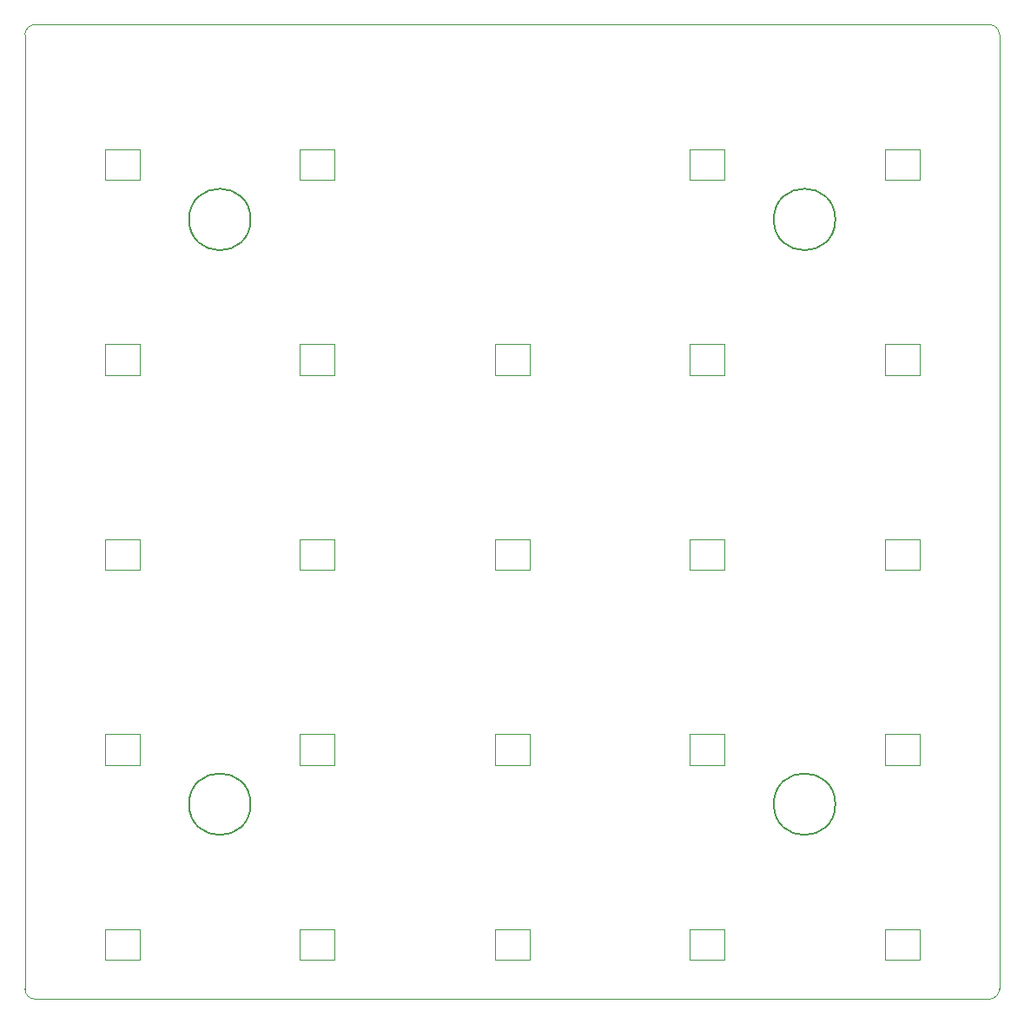
<source format=gbr>
%TF.GenerationSoftware,KiCad,Pcbnew,7.0.5*%
%TF.CreationDate,2023-09-25T20:55:42-06:00*%
%TF.ProjectId,switch_tester_macro_pad_r2,73776974-6368-45f7-9465-737465725f6d,rev?*%
%TF.SameCoordinates,Original*%
%TF.FileFunction,Profile,NP*%
%FSLAX46Y46*%
G04 Gerber Fmt 4.6, Leading zero omitted, Abs format (unit mm)*
G04 Created by KiCad (PCBNEW 7.0.5) date 2023-09-25 20:55:42*
%MOMM*%
%LPD*%
G01*
G04 APERTURE LIST*
%TA.AperFunction,Profile*%
%ADD10C,0.100000*%
%TD*%
%TA.AperFunction,Profile*%
%ADD11C,0.150000*%
%TD*%
%TA.AperFunction,Profile*%
%ADD12C,0.120000*%
%TD*%
G04 APERTURE END LIST*
D10*
X144500000Y-122500000D02*
X51500000Y-122500000D01*
X145500000Y-28500000D02*
X145500000Y-121500000D01*
X144500000Y-122500000D02*
G75*
G03*
X145500000Y-121500000I0J1000000D01*
G01*
X145500000Y-28500000D02*
G75*
G03*
X144500000Y-27500000I-1000000J0D01*
G01*
D11*
X72500000Y-103500000D02*
G75*
G03*
X72500000Y-103500000I-3000000J0D01*
G01*
D10*
X51500000Y-27500000D02*
G75*
G03*
X50500000Y-28500000I-1J-999999D01*
G01*
D11*
X72500000Y-46500000D02*
G75*
G03*
X72500000Y-46500000I-3000000J0D01*
G01*
X129500000Y-103500000D02*
G75*
G03*
X129500000Y-103500000I-3000000J0D01*
G01*
X129500000Y-46500000D02*
G75*
G03*
X129500000Y-46500000I-3000000J0D01*
G01*
D10*
X51500000Y-27500000D02*
X144500000Y-27500000D01*
X50500000Y-121500000D02*
X50500000Y-28500000D01*
X50500000Y-121500000D02*
G75*
G03*
X51500000Y-122500000I999999J-1D01*
G01*
D12*
%TO.C,K24*%
X134305607Y-115658052D02*
X134305607Y-118658052D01*
X134305607Y-118658052D02*
X137705607Y-118658052D01*
X137705607Y-115658052D02*
X134305607Y-115658052D01*
X137705607Y-118658052D02*
X137705607Y-115658052D01*
%TO.C,K23*%
X115305607Y-115658052D02*
X115305607Y-118658052D01*
X115305607Y-118658052D02*
X118705607Y-118658052D01*
X118705607Y-115658052D02*
X115305607Y-115658052D01*
X118705607Y-118658052D02*
X118705607Y-115658052D01*
%TO.C,K22*%
X96305607Y-115658052D02*
X96305607Y-118658052D01*
X96305607Y-118658052D02*
X99705607Y-118658052D01*
X99705607Y-115658052D02*
X96305607Y-115658052D01*
X99705607Y-118658052D02*
X99705607Y-115658052D01*
%TO.C,K21*%
X77305607Y-115658052D02*
X77305607Y-118658052D01*
X77305607Y-118658052D02*
X80705607Y-118658052D01*
X80705607Y-115658052D02*
X77305607Y-115658052D01*
X80705607Y-118658052D02*
X80705607Y-115658052D01*
%TO.C,K20*%
X58305607Y-115658052D02*
X58305607Y-118658052D01*
X58305607Y-118658052D02*
X61705607Y-118658052D01*
X61705607Y-115658052D02*
X58305607Y-115658052D01*
X61705607Y-118658052D02*
X61705607Y-115658052D01*
%TO.C,K19*%
X58305607Y-96658052D02*
X58305607Y-99658052D01*
X58305607Y-99658052D02*
X61705607Y-99658052D01*
X61705607Y-96658052D02*
X58305607Y-96658052D01*
X61705607Y-99658052D02*
X61705607Y-96658052D01*
%TO.C,K18*%
X77305607Y-96658052D02*
X77305607Y-99658052D01*
X77305607Y-99658052D02*
X80705607Y-99658052D01*
X80705607Y-96658052D02*
X77305607Y-96658052D01*
X80705607Y-99658052D02*
X80705607Y-96658052D01*
%TO.C,K17*%
X96305607Y-96658052D02*
X96305607Y-99658052D01*
X96305607Y-99658052D02*
X99705607Y-99658052D01*
X99705607Y-96658052D02*
X96305607Y-96658052D01*
X99705607Y-99658052D02*
X99705607Y-96658052D01*
%TO.C,K16*%
X115305607Y-96658052D02*
X115305607Y-99658052D01*
X115305607Y-99658052D02*
X118705607Y-99658052D01*
X118705607Y-96658052D02*
X115305607Y-96658052D01*
X118705607Y-99658052D02*
X118705607Y-96658052D01*
%TO.C,K15*%
X134305607Y-96658052D02*
X134305607Y-99658052D01*
X134305607Y-99658052D02*
X137705607Y-99658052D01*
X137705607Y-96658052D02*
X134305607Y-96658052D01*
X137705607Y-99658052D02*
X137705607Y-96658052D01*
%TO.C,K14*%
X134305607Y-77658052D02*
X134305607Y-80658052D01*
X134305607Y-80658052D02*
X137705607Y-80658052D01*
X137705607Y-77658052D02*
X134305607Y-77658052D01*
X137705607Y-80658052D02*
X137705607Y-77658052D01*
%TO.C,K13*%
X115305607Y-77658052D02*
X115305607Y-80658052D01*
X115305607Y-80658052D02*
X118705607Y-80658052D01*
X118705607Y-77658052D02*
X115305607Y-77658052D01*
X118705607Y-80658052D02*
X118705607Y-77658052D01*
%TO.C,K12*%
X96305607Y-77658052D02*
X96305607Y-80658052D01*
X96305607Y-80658052D02*
X99705607Y-80658052D01*
X99705607Y-77658052D02*
X96305607Y-77658052D01*
X99705607Y-80658052D02*
X99705607Y-77658052D01*
%TO.C,K11*%
X77305607Y-77658052D02*
X77305607Y-80658052D01*
X77305607Y-80658052D02*
X80705607Y-80658052D01*
X80705607Y-77658052D02*
X77305607Y-77658052D01*
X80705607Y-80658052D02*
X80705607Y-77658052D01*
%TO.C,K10*%
X58305607Y-77658052D02*
X58305607Y-80658052D01*
X58305607Y-80658052D02*
X61705607Y-80658052D01*
X61705607Y-77658052D02*
X58305607Y-77658052D01*
X61705607Y-80658052D02*
X61705607Y-77658052D01*
%TO.C,K9*%
X58305607Y-58658052D02*
X58305607Y-61658052D01*
X58305607Y-61658052D02*
X61705607Y-61658052D01*
X61705607Y-58658052D02*
X58305607Y-58658052D01*
X61705607Y-61658052D02*
X61705607Y-58658052D01*
%TO.C,K8*%
X77305607Y-58658052D02*
X77305607Y-61658052D01*
X77305607Y-61658052D02*
X80705607Y-61658052D01*
X80705607Y-58658052D02*
X77305607Y-58658052D01*
X80705607Y-61658052D02*
X80705607Y-58658052D01*
%TO.C,K7*%
X96305607Y-58658052D02*
X96305607Y-61658052D01*
X96305607Y-61658052D02*
X99705607Y-61658052D01*
X99705607Y-58658052D02*
X96305607Y-58658052D01*
X99705607Y-61658052D02*
X99705607Y-58658052D01*
%TO.C,K6*%
X115305607Y-58658052D02*
X115305607Y-61658052D01*
X115305607Y-61658052D02*
X118705607Y-61658052D01*
X118705607Y-58658052D02*
X115305607Y-58658052D01*
X118705607Y-61658052D02*
X118705607Y-58658052D01*
%TO.C,K5*%
X134305607Y-58658052D02*
X134305607Y-61658052D01*
X134305607Y-61658052D02*
X137705607Y-61658052D01*
X137705607Y-58658052D02*
X134305607Y-58658052D01*
X137705607Y-61658052D02*
X137705607Y-58658052D01*
%TO.C,K4*%
X134305607Y-39658052D02*
X134305607Y-42658052D01*
X134305607Y-42658052D02*
X137705607Y-42658052D01*
X137705607Y-39658052D02*
X134305607Y-39658052D01*
X137705607Y-42658052D02*
X137705607Y-39658052D01*
%TO.C,K3*%
X115305607Y-39658052D02*
X115305607Y-42658052D01*
X115305607Y-42658052D02*
X118705607Y-42658052D01*
X118705607Y-39658052D02*
X115305607Y-39658052D01*
X118705607Y-42658052D02*
X118705607Y-39658052D01*
%TO.C,K2*%
X80705607Y-42658052D02*
X80705607Y-39658052D01*
X80705607Y-39658052D02*
X77305607Y-39658052D01*
X77305607Y-42658052D02*
X80705607Y-42658052D01*
X77305607Y-39658052D02*
X77305607Y-42658052D01*
%TO.C,K1*%
X61705607Y-42658052D02*
X61705607Y-39658052D01*
X61705607Y-39658052D02*
X58305607Y-39658052D01*
X58305607Y-42658052D02*
X61705607Y-42658052D01*
X58305607Y-39658052D02*
X58305607Y-42658052D01*
%TD*%
M02*

</source>
